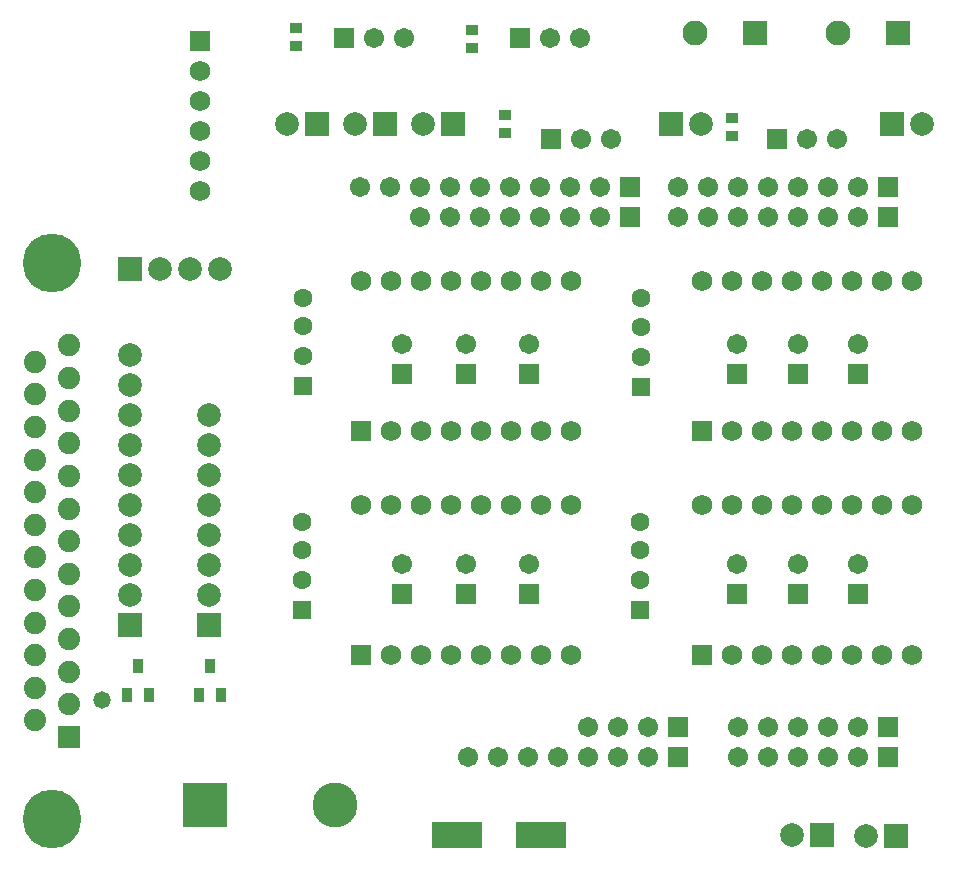
<source format=gts>
G04*
G04 #@! TF.GenerationSoftware,Altium Limited,Altium Designer,18.1.7 (191)*
G04*
G04 Layer_Color=8388736*
%FSLAX44Y44*%
%MOMM*%
G71*
G01*
G75*
%ADD15R,0.9032X1.1532*%
%ADD16R,4.2032X2.2032*%
%ADD17R,1.1032X0.9032*%
%ADD18C,3.8032*%
%ADD19R,3.8032X3.8032*%
%ADD20C,2.0032*%
%ADD21R,2.0032X2.0032*%
%ADD22R,2.1032X2.1032*%
%ADD23C,2.1032*%
%ADD24C,1.7272*%
%ADD25R,1.7272X1.7272*%
%ADD26R,1.7272X1.7272*%
%ADD27C,1.7032*%
%ADD28R,1.7032X1.7032*%
%ADD29R,2.0032X2.0032*%
%ADD30C,1.8932*%
%ADD31R,1.8932X1.8932*%
%ADD32C,4.9632*%
%ADD33C,1.6032*%
%ADD34R,1.6032X1.6032*%
%ADD35R,1.7032X1.7032*%
%ADD36C,1.4732*%
D15*
X705686Y512194D02*
D03*
X724686D02*
D03*
X715186Y536694D02*
D03*
X766732Y512194D02*
D03*
X785732D02*
D03*
X776232Y536694D02*
D03*
D16*
X1056060Y393767D02*
D03*
X984940D02*
D03*
D17*
X1218013Y985294D02*
D03*
Y1000294D02*
D03*
X1026080Y1003020D02*
D03*
Y988020D02*
D03*
X997754Y1060015D02*
D03*
Y1075015D02*
D03*
X849454Y1062015D02*
D03*
Y1077015D02*
D03*
D18*
X882180Y418704D02*
D03*
D19*
X771690D02*
D03*
D20*
X1378974Y995285D02*
D03*
X1192064D02*
D03*
X1268694Y393767D02*
D03*
X1331645Y392971D02*
D03*
X841437Y995334D02*
D03*
X899180D02*
D03*
X956922D02*
D03*
X708412Y800287D02*
D03*
Y774887D02*
D03*
Y749487D02*
D03*
Y724087D02*
D03*
Y698687D02*
D03*
Y673287D02*
D03*
Y647887D02*
D03*
Y622487D02*
D03*
Y597087D02*
D03*
X775252D02*
D03*
Y622487D02*
D03*
Y647887D02*
D03*
Y673287D02*
D03*
Y698687D02*
D03*
Y724087D02*
D03*
Y749487D02*
D03*
X733782Y873208D02*
D03*
X759182D02*
D03*
X784582D02*
D03*
D21*
X1353574Y995285D02*
D03*
X1166664D02*
D03*
X1294094Y393767D02*
D03*
X1357045Y392971D02*
D03*
X866837Y995334D02*
D03*
X924579D02*
D03*
X982322D02*
D03*
X708382Y873208D02*
D03*
D22*
X1358839Y1072549D02*
D03*
X1237279Y1072390D02*
D03*
D23*
X1308039Y1072549D02*
D03*
X1186479Y1072390D02*
D03*
D24*
X1243413Y735553D02*
D03*
X1218013D02*
D03*
X1294213D02*
D03*
X1268813D02*
D03*
X1319613D02*
D03*
X1345013D02*
D03*
X1370413D02*
D03*
Y862553D02*
D03*
X1345013D02*
D03*
X1319613D02*
D03*
X1268813D02*
D03*
X1294213D02*
D03*
X1218013D02*
D03*
X1192613D02*
D03*
X1243413D02*
D03*
X767574Y1040789D02*
D03*
Y1015389D02*
D03*
Y989989D02*
D03*
Y964589D02*
D03*
Y939189D02*
D03*
X954461Y862553D02*
D03*
X903661D02*
D03*
X929061D02*
D03*
X1005260D02*
D03*
X979861D02*
D03*
X1030660D02*
D03*
X1056060D02*
D03*
X1081460D02*
D03*
Y735553D02*
D03*
X1056060D02*
D03*
X1030660D02*
D03*
X979861D02*
D03*
X1005260D02*
D03*
X929061D02*
D03*
X954461D02*
D03*
X1243413Y673045D02*
D03*
X1192613D02*
D03*
X1218013D02*
D03*
X1294213D02*
D03*
X1268813D02*
D03*
X1319613D02*
D03*
X1345013D02*
D03*
X1370413D02*
D03*
Y546045D02*
D03*
X1345013D02*
D03*
X1319613D02*
D03*
X1268813D02*
D03*
X1294213D02*
D03*
X1218013D02*
D03*
X1243413D02*
D03*
X954461Y673045D02*
D03*
X903661D02*
D03*
X929061D02*
D03*
X1005260D02*
D03*
X979861D02*
D03*
X1030660D02*
D03*
X1056060D02*
D03*
X1081460D02*
D03*
Y546045D02*
D03*
X1056060D02*
D03*
X1030660D02*
D03*
X979861D02*
D03*
X1005260D02*
D03*
X929061D02*
D03*
X954461D02*
D03*
D25*
X1192613Y735553D02*
D03*
X903661D02*
D03*
X1192613Y546045D02*
D03*
X903661D02*
D03*
D26*
X767574Y1066189D02*
D03*
D27*
X1115372Y982835D02*
D03*
X1089972D02*
D03*
X1306711D02*
D03*
X1281311D02*
D03*
X1089408Y1068546D02*
D03*
X1064008D02*
D03*
X940253D02*
D03*
X914853D02*
D03*
X1172210Y942340D02*
D03*
X1197610D02*
D03*
X1223010D02*
D03*
X1248410D02*
D03*
X1273810D02*
D03*
X1299210D02*
D03*
X1324610D02*
D03*
X1080770D02*
D03*
X902970D02*
D03*
X928370D02*
D03*
X953770D02*
D03*
X979170D02*
D03*
X1004570D02*
D03*
X1029970D02*
D03*
X1055370D02*
D03*
X1106170D02*
D03*
X1172210Y916940D02*
D03*
X1197610D02*
D03*
X1223010D02*
D03*
X1248410D02*
D03*
X1273810D02*
D03*
X1299210D02*
D03*
X1324610D02*
D03*
X953770D02*
D03*
X979170D02*
D03*
X1004570D02*
D03*
X1029970D02*
D03*
X1055370D02*
D03*
X1080770D02*
D03*
X1106170D02*
D03*
X1223010Y459740D02*
D03*
X1248410D02*
D03*
X1273810D02*
D03*
X1299210D02*
D03*
X1324610D02*
D03*
X994410D02*
D03*
X1019810D02*
D03*
X1045210D02*
D03*
X1070610D02*
D03*
X1096010D02*
D03*
X1121410D02*
D03*
X1146810D02*
D03*
X1223010Y485140D02*
D03*
X1248410D02*
D03*
X1273810D02*
D03*
X1299210D02*
D03*
X1324610D02*
D03*
X1146810D02*
D03*
X1121410D02*
D03*
X1096010D02*
D03*
X1046330Y809495D02*
D03*
X1325058D02*
D03*
X992757D02*
D03*
X1273705D02*
D03*
X939184D02*
D03*
X1222352D02*
D03*
X1046330Y623055D02*
D03*
X1325058D02*
D03*
X992757D02*
D03*
X1273705D02*
D03*
X939184D02*
D03*
X1222352D02*
D03*
D28*
X1064572Y982835D02*
D03*
X1255911D02*
D03*
X1038608Y1068546D02*
D03*
X889453D02*
D03*
X1350010Y942340D02*
D03*
X1131570D02*
D03*
X1350010Y916940D02*
D03*
X1131570D02*
D03*
X1350010Y459740D02*
D03*
X1172210D02*
D03*
X1350010Y485140D02*
D03*
X1172210D02*
D03*
D29*
X708412Y571687D02*
D03*
X775252D02*
D03*
D30*
X656733Y808116D02*
D03*
X628333Y794311D02*
D03*
X656733Y780506D02*
D03*
X628333Y766701D02*
D03*
X656733Y752896D02*
D03*
X628333Y739091D02*
D03*
X656733Y725286D02*
D03*
X628333Y711481D02*
D03*
X656733Y697676D02*
D03*
X628333Y683871D02*
D03*
X656733Y670066D02*
D03*
X628333Y656261D02*
D03*
X656733Y642456D02*
D03*
X628333Y628651D02*
D03*
X656733Y614846D02*
D03*
X628333Y601041D02*
D03*
X656733Y587236D02*
D03*
X628333Y573431D02*
D03*
X656733Y559626D02*
D03*
X628333Y545821D02*
D03*
X656733Y532016D02*
D03*
X628333Y518211D02*
D03*
X656733Y504406D02*
D03*
X628333Y490601D02*
D03*
D31*
X656733Y476796D02*
D03*
D32*
X642533Y407196D02*
D03*
Y877716D02*
D03*
D33*
X854864Y848371D02*
D03*
Y798841D02*
D03*
Y824241D02*
D03*
X1140589Y659035D02*
D03*
Y609505D02*
D03*
Y634905D02*
D03*
X1141118Y823888D02*
D03*
Y798488D02*
D03*
Y848018D02*
D03*
X854063Y634905D02*
D03*
Y609505D02*
D03*
Y659035D02*
D03*
D34*
X854864Y773441D02*
D03*
X1140589Y584105D02*
D03*
X1141118Y773088D02*
D03*
X854063Y584105D02*
D03*
D35*
X1046330Y784095D02*
D03*
X1325058D02*
D03*
X992757D02*
D03*
X1273705D02*
D03*
X939184D02*
D03*
X1222352D02*
D03*
X1046330Y597655D02*
D03*
X1325058D02*
D03*
X992757D02*
D03*
X1273705D02*
D03*
X939184D02*
D03*
X1222352D02*
D03*
D36*
X685078Y508151D02*
D03*
M02*

</source>
